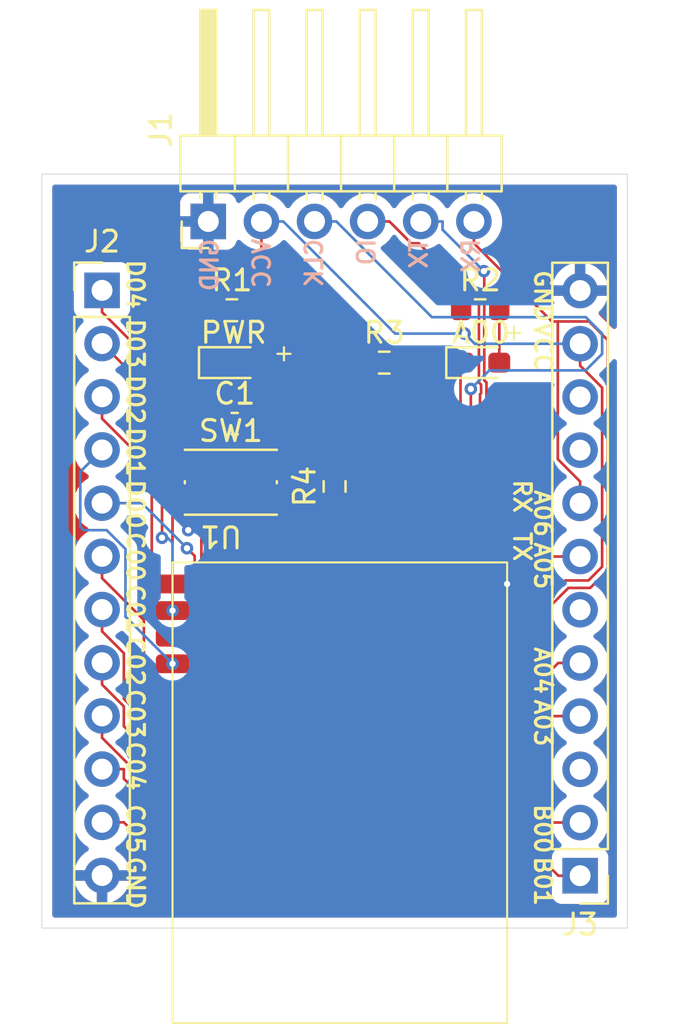
<source format=kicad_pcb>
(kicad_pcb (version 20240108) (generator "pcbnew") (generator_version "8.0")
  (layers (0 "F.Cu" signal "Front") (31 "B.Cu" signal "Back") (34 "B.Paste" user) (35 "F.Paste" user) (36 "B.SilkS" user "B.Silkscreen") (37 "F.SilkS" user "F.Silkscreen") (38 "B.Mask" user) (39 "F.Mask" user) (44 "Edge.Cuts" user))
  (net 0 "")
  (net 1 "RST")
  (net 2 "GND")
  (net 3 "Net-(D1-A)")
  (net 4 "usr_led")
  (net 5 "Net-(D2-A)")
  (net 6 "swdclk")
  (net 7 "swdio")
  (net 8 "tx")
  (net 9 "rx")
  (net 10 "VCC")
  (net 11 "PC01")
  (net 12 "PC00")
  (net 13 "PD04")
  (net 14 "PC05")
  (net 15 "PD02")
  (net 16 "PD00")
  (net 17 "PC03")
  (net 18 "PD01")
  (net 19 "PC02")
  (net 20 "PD03")
  (net 21 "PC04")
  (net 23 "PB01")
  (net 24 "PA03")
  (net 27 "PA04")
  (net 28 "PB00")
  (footprint "local_Library:ZYZBP008_module" (layer "F.Cu") (at 67.25 75.54 180)
    (property "Reference" "U1" (at 5.68 12.24 180) (layer "F.SilkS"))
    (property "Value" "ZYZBP008")
    (fp_line (start 8 11) (end -8 11) (stroke (width 0.1)) (layer "F.SilkS"))
    (fp_line (start 8 -11) (end 8 11) (stroke (width 0.1)) (layer "F.SilkS"))
    (fp_line (start -8 11) (end -8 -11) (stroke (width 0.1)) (layer "F.SilkS"))
    (fp_line (start -8 -11) (end 8 -11) (stroke (width 0.1)) (layer "F.SilkS"))
    (pad "1" smd rect (at -8 -4 180) (size 1.6 0.9) (layers "F.Cu" "F.Paste" "F.Mask") (net 2 "GND"))
    (pad "2" smd roundrect (at -8 -2.73 180) (size 1.6 0.9) (layers "F.Cu" "F.Paste" "F.Mask") (net 23 "PB01"))
    (pad "3" smd roundrect (at -8 -1.46 180) (size 1.6 0.9) (layers "F.Cu" "F.Paste" "F.Mask") (net 28 "PB00"))
    (pad "4" smd roundrect (at -8 -0.19 180) (size 1.6 0.9) (layers "F.Cu" "F.Paste" "F.Mask") (net 4 "usr_led"))
    (pad "5" smd roundrect (at -8 1.08 180) (size 1.6 0.9) (layers "F.Cu" "F.Paste" "F.Mask") (net 6 "swdclk"))
    (pad "6" smd roundrect (at -8 2.35 180) (size 1.6 0.9) (layers "F.Cu" "F.Paste" "F.Mask") (net 7 "swdio"))
    (pad "7" smd roundrect (at -8 3.62 180) (size 1.6 0.9) (layers "F.Cu" "F.Paste" "F.Mask") (net 24 "PA03"))
    (pad "8" smd roundrect (at -8 4.89 180) (size 1.6 0.9) (layers "F.Cu" "F.Paste" "F.Mask") (net 27 "PA04"))
    (pad "9" smd roundrect (at -8 6.16 180) (size 1.6 0.9) (layers "F.Cu" "F.Paste" "F.Mask") (net 8 "tx"))
    (pad "10" smd roundrect (at -8 7.43 180) (size 1.6 0.9) (layers "F.Cu" "F.Paste" "F.Mask") (net 9 "rx"))
    (pad "11" smd roundrect (at -8 8.7 180) (size 1.6 0.9) (layers "F.Cu" "F.Paste" "F.Mask") (net 10 "VCC"))
    (pad "12" smd roundrect (at -8 9.97 180) (size 1.6 0.9) (layers "F.Cu" "F.Paste" "F.Mask") (net 2 "GND"))
    (pad "13" smd roundrect (at 8 9.97 180) (size 1.6 0.9) (layers "F.Cu" "F.Paste" "F.Mask") (net 13 "PD04"))
    (pad "14" smd roundrect (at 8 8.7 180) (size 1.6 0.9) (layers "F.Cu" "F.Paste" "F.Mask") (net 20 "PD03"))
    (pad "15" smd roundrect (at 8 7.43 180) (size 1.6 0.9) (layers "F.Cu" "F.Paste" "F.Mask") (net 15 "PD02"))
    (pad "16" smd roundrect (at 8 6.16 180) (size 1.6 0.9) (layers "F.Cu" "F.Paste" "F.Mask") (net 18 "PD01"))
    (pad "17" smd roundrect (at 8 4.89 180) (size 1.6 0.9) (layers "F.Cu" "F.Paste" "F.Mask") (net 16 "PD00"))
    (pad "18" smd roundrect (at 8 3.62 180) (size 1.6 0.9) (layers "F.Cu" "F.Paste" "F.Mask") (net 12 "PC00"))
    (pad "19" smd roundrect (at 8 2.35 180) (size 1.6 0.9) (layers "F.Cu" "F.Paste" "F.Mask") (net 11 "PC01"))
    (pad "20" smd roundrect (at 8 1.08 180) (size 1.6 0.9) (layers "F.Cu" "F.Paste" "F.Mask") (net 19 "PC02"))
    (pad "21" smd roundrect (at 8 -0.19 180) (size 1.6 0.9) (layers "F.Cu" "F.Paste" "F.Mask") (net 17 "PC03"))
    (pad "22" smd roundrect (at 8 -1.46 180) (size 1.6 0.9) (layers "F.Cu" "F.Paste" "F.Mask") (net 21 "PC04"))
    (pad "23" smd roundrect (at 8 -2.73 180) (size 1.6 0.9) (layers "F.Cu" "F.Paste" "F.Mask") (net 14 "PC05"))
    (pad "24" smd roundrect (at 8 -4 180) (size 1.6 0.9) (layers "F.Cu" "F.Paste" "F.Mask") (net 1 "RST"))
  )
  (footprint "Resistor_SMD:R_0603_1608Metric_Pad0.98x0.95mm_HandSolder" (layer "F.Cu") (at 67 60.9125 90)
    (property "Reference" "R4" (at 0 -1.43 90) (layer "F.SilkS"))
    (property "Value" "10K")
    (fp_line (start -0.254724 -0.5225) (end 0.254724 -0.5225) (stroke (width 0.12)) (layer "F.SilkS"))
    (fp_line (start -0.254724 0.5225) (end 0.254724 0.5225) (stroke (width 0.12)) (layer "F.SilkS"))
    (pad "1" smd roundrect (at -0.9125 0 90) (size 0.975 0.95) (layers "F.Cu" "F.Paste" "F.Mask") (net 10 "VCC"))
    (pad "2" smd roundrect (at 0.9125 0 90) (size 0.975 0.95) (layers "F.Cu" "F.Paste" "F.Mask") (net 1 "RST"))
  )
  (footprint "Connector_PinHeader_2.54mm:PinHeader_1x06_P2.54mm_Horizontal" (layer "F.Cu") (at 60.96 48.26 90)
    (property "Reference" "J1" (at 4.385 -2.27 90) (layer "F.SilkS"))
    (property "Value" "Conn_01x06")
    (fp_line (start 4.1 -1.33) (end 1.44 -1.33) (stroke (width 0.12)) (layer "F.SilkS"))
    (fp_line (start 1.44 -1.33) (end 1.44 14.03) (stroke (width 0.12)) (layer "F.SilkS"))
    (fp_line (start -1.27 -1.27) (end 0 -1.27) (stroke (width 0.12)) (layer "F.SilkS"))
    (fp_line (start 10.1 -0.38) (end 10.1 0.38) (stroke (width 0.12)) (layer "F.SilkS"))
    (fp_line (start 4.1 -0.38) (end 10.1 -0.38) (stroke (width 0.12)) (layer "F.SilkS"))
    (fp_line (start 1.11 -0.38) (end 1.44 -0.38) (stroke (width 0.12)) (layer "F.SilkS"))
    (fp_line (start 4.1 -0.32) (end 10.1 -0.32) (stroke (width 0.12)) (layer "F.SilkS"))
    (fp_line (start 4.1 -0.2) (end 10.1 -0.2) (stroke (width 0.12)) (layer "F.SilkS"))
    (fp_line (start 4.1 -0.08) (end 10.1 -0.08) (stroke (width 0.12)) (layer "F.SilkS"))
    (fp_line (start -1.27 0) (end -1.27 -1.27) (stroke (width 0.12)) (layer "F.SilkS"))
    (fp_line (start 4.1 0.04) (end 10.1 0.04) (stroke (width 0.12)) (layer "F.SilkS"))
    (fp_line (start 4.1 0.16) (end 10.1 0.16) (stroke (width 0.12)) (layer "F.SilkS"))
    (fp_line (start 4.1 0.28) (end 10.1 0.28) (stroke (width 0.12)) (layer "F.SilkS"))
    (fp_line (start 10.1 0.38) (end 4.1 0.38) (stroke (width 0.12)) (layer "F.SilkS"))
    (fp_line (start 1.11 0.38) (end 1.44 0.38) (stroke (width 0.12)) (layer "F.SilkS"))
    (fp_line (start 1.44 1.27) (end 4.1 1.27) (stroke (width 0.12)) (layer "F.SilkS"))
    (fp_line (start 10.1 2.16) (end 10.1 2.92) (stroke (width 0.12)) (layer "F.SilkS"))
    (fp_line (start 4.1 2.16) (end 10.1 2.16) (stroke (width 0.12)) (layer "F.SilkS"))
    (fp_line (start 1.042929 2.16) (end 1.44 2.16) (stroke (width 0.12)) (layer "F.SilkS"))
    (fp_line (start 10.1 2.92) (end 4.1 2.92) (stroke (width 0.12)) (layer "F.SilkS"))
    (fp_line (start 1.042929 2.92) (end 1.44 2.92) (stroke (width 0.12)) (layer "F.SilkS"))
    (fp_line (start 1.44 3.81) (end 4.1 3.81) (stroke (width 0.12)) (layer "F.SilkS"))
    (fp_line (start 10.1 4.7) (end 10.1 5.46) (stroke (width 0.12)) (layer "F.SilkS"))
    (fp_line (start 4.1 4.7) (end 10.1 4.7) (stroke (width 0.12)) (layer "F.SilkS"))
    (fp_line (start 1.042929 4.7) (end 1.44 4.7) (stroke (width 0.12)) (layer "F.SilkS"))
    (fp_line (start 10.1 5.46) (end 4.1 5.46) (stroke (width 0.12)) (layer "F.SilkS"))
    (fp_line (start 1.042929 5.46) (end 1.44 5.46) (stroke (width 0.12)) (layer "F.SilkS"))
    (fp_line (start 1.44 6.35) (end 4.1 6.35) (stroke (width 0.12)) (layer "F.SilkS"))
    (fp_line (start 10.1 7.24) (end 10.1 8) (stroke (width 0.12)) (layer "F.SilkS"))
    (fp_line (start 4.1 7.24) (end 10.1 7.24) (stroke (width 0.12)) (layer "F.SilkS"))
    (fp_line (start 1.042929 7.24) (end 1.44 7.24) (stroke (width 0.12)) (layer "F.SilkS"))
    (fp_line (start 10.1 8) (end 4.1 8) (stroke (width 0.12)) (layer "F.SilkS"))
    (fp_line (start 1.042929 8) (end 1.44 8) (stroke (width 0.12)) (layer "F.SilkS"))
    (fp_line (start 1.44 8.89) (end 4.1 8.89) (stroke (width 0.12)) (layer "F.SilkS"))
    (fp_line (start 10.1 9.78) (end 10.1 10.54) (stroke (width 0.12)) (layer "F.SilkS"))
    (fp_line (start 4.1 9.78) (end 10.1 9.78) (stroke (width 0.12)) (layer "F.SilkS"))
    (fp_line (start 1.042929 9.78) (end 1.44 9.78) (stroke (width 0.12)) (layer "F.SilkS"))
    (fp_line (start 10.1 10.54) (end 4.1 10.54) (stroke (width 0.12)) (layer "F.SilkS"))
    (fp_line (start 1.042929 10.54) (end 1.44 10.54) (stroke (width 0.12)) (layer "F.SilkS"))
    (fp_line (start 1.44 11.43) (end 4.1 11.43) (stroke (width 0.12)) (layer "F.SilkS"))
    (fp_line (start 10.1 12.32) (end 10.1 13.08) (stroke (width 0.12)) (layer "F.SilkS"))
    (fp_line (start 4.1 12.32) (end 10.1 12.32) (stroke (width 0.12)) (layer "F.SilkS"))
    (fp_line (start 1.042929 12.32) (end 1.44 12.32) (stroke (width 0.12)) (layer "F.SilkS"))
    (fp_line (start 10.1 13.08) (end 4.1 13.08) (stroke (width 0.12)) (layer "F.SilkS"))
    (fp_line (start 1.042929 13.08) (end 1.44 13.08) (stroke (width 0.12)) (layer "F.SilkS"))
    (fp_line (start 4.1 14.03) (end 4.1 -1.33) (stroke (width 0.12)) (layer "F.SilkS"))
    (fp_line (start 1.44 14.03) (end 4.1 14.03) (stroke (width 0.12)) (layer "F.SilkS"))
    (pad "1" thru_hole rect (at 0 0 90) (size 1.7 1.7) (drill 1) (layers "*.Cu" "*.Mask") (net 2 "GND"))
    (pad "2" thru_hole oval (at 0 2.54 90) (size 1.7 1.7) (drill 1) (layers "*.Cu" "*.Mask") (net 10 "VCC"))
    (pad "3" thru_hole oval (at 0 5.08 90) (size 1.7 1.7) (drill 1) (layers "*.Cu" "*.Mask") (net 6 "swdclk"))
    (pad "4" thru_hole oval (at 0 7.62 90) (size 1.7 1.7) (drill 1) (layers "*.Cu" "*.Mask") (net 7 "swdio"))
    (pad "5" thru_hole oval (at 0 10.16 90) (size 1.7 1.7) (drill 1) (layers "*.Cu" "*.Mask") (net 8 "tx"))
    (pad "6" thru_hole oval (at 0 12.7 90) (size 1.7 1.7) (drill 1) (layers "*.Cu" "*.Mask") (net 9 "rx"))
  )
  (footprint "Connector_PinHeader_2.54mm:PinHeader_1x12_P2.54mm_Vertical" (layer "F.Cu") (at 55.88 51.55)
    (property "Reference" "J2" (at 0 -2.33 0) (layer "F.SilkS"))
    (property "Value" "Conn_01x12")
    (fp_line (start -1.33 -1.33) (end 0 -1.33) (stroke (width 0.12)) (layer "F.SilkS"))
    (fp_line (start -1.33 0) (end -1.33 -1.33) (stroke (width 0.12)) (layer "F.SilkS"))
    (fp_line (start -1.33 1.27) (end -1.33 29.27) (stroke (width 0.12)) (layer "F.SilkS"))
    (fp_line (start -1.33 1.27) (end 1.33 1.27) (stroke (width 0.12)) (layer "F.SilkS"))
    (fp_line (start -1.33 29.27) (end 1.33 29.27) (stroke (width 0.12)) (layer "F.SilkS"))
    (fp_line (start 1.33 1.27) (end 1.33 29.27) (stroke (width 0.12)) (layer "F.SilkS"))
    (pad "1" thru_hole rect (at 0 0) (size 1.7 1.7) (drill 1) (layers "*.Cu" "*.Mask") (net 13 "PD04"))
    (pad "2" thru_hole oval (at 0 2.54) (size 1.7 1.7) (drill 1) (layers "*.Cu" "*.Mask") (net 20 "PD03"))
    (pad "3" thru_hole oval (at 0 5.08) (size 1.7 1.7) (drill 1) (layers "*.Cu" "*.Mask") (net 15 "PD02"))
    (pad "4" thru_hole oval (at 0 7.62) (size 1.7 1.7) (drill 1) (layers "*.Cu" "*.Mask") (net 18 "PD01"))
    (pad "5" thru_hole oval (at 0 10.16) (size 1.7 1.7) (drill 1) (layers "*.Cu" "*.Mask") (net 16 "PD00"))
    (pad "6" thru_hole oval (at 0 12.7) (size 1.7 1.7) (drill 1) (layers "*.Cu" "*.Mask") (net 12 "PC00"))
    (pad "7" thru_hole oval (at 0 15.24) (size 1.7 1.7) (drill 1) (layers "*.Cu" "*.Mask") (net 11 "PC01"))
    (pad "8" thru_hole oval (at 0 17.78) (size 1.7 1.7) (drill 1) (layers "*.Cu" "*.Mask") (net 19 "PC02"))
    (pad "9" thru_hole oval (at 0 20.32) (size 1.7 1.7) (drill 1) (layers "*.Cu" "*.Mask") (net 17 "PC03"))
    (pad "10" thru_hole oval (at 0 22.86) (size 1.7 1.7) (drill 1) (layers "*.Cu" "*.Mask") (net 21 "PC04"))
    (pad "11" thru_hole oval (at 0 25.4) (size 1.7 1.7) (drill 1) (layers "*.Cu" "*.Mask") (net 14 "PC05"))
    (pad "12" thru_hole oval (at 0 27.94) (size 1.7 1.7) (drill 1) (layers "*.Cu" "*.Mask") (net 2 "GND"))
  )
  (footprint "Button_Switch_SMD:SW_Push_1P1T_NO_CK_KMR2" (layer "F.Cu") (at 62.0375 60.7125)
    (property "Reference" "SW1" (at 0 -2.45 0) (layer "F.SilkS"))
    (property "Value" "SW_Push")
    (fp_line (start -2.2 0.05) (end -2.2 -0.05) (stroke (width 0.12)) (layer "F.SilkS"))
    (fp_line (start -2.2 1.55) (end 2.2 1.55) (stroke (width 0.12)) (layer "F.SilkS"))
    (fp_line (start 2.2 -1.55) (end -2.2 -1.55) (stroke (width 0.12)) (layer "F.SilkS"))
    (fp_line (start 2.2 0.05) (end 2.2 -0.05) (stroke (width 0.12)) (layer "F.SilkS"))
    (pad "1" smd rect (at -2.05 -0.8) (size 0.9 1) (layers "F.Cu" "F.Paste" "F.Mask") (net 1 "RST"))
    (pad "1" smd rect (at 2.05 -0.8) (size 0.9 1) (layers "F.Cu" "F.Paste" "F.Mask") (net 1 "RST"))
    (pad "2" smd rect (at -2.05 0.8) (size 0.9 1) (layers "F.Cu" "F.Paste" "F.Mask") (net 2 "GND"))
    (pad "2" smd rect (at 2.05 0.8) (size 0.9 1) (layers "F.Cu" "F.Paste" "F.Mask") (net 2 "GND"))
  )
  (footprint "Resistor_SMD:R_0603_1608Metric_Pad0.98x0.95mm_HandSolder" (layer "F.Cu") (at 73.9625 52.5)
    (property "Reference" "R2" (at 0 -1.43 0) (layer "F.SilkS"))
    (property "Value" "330")
    (fp_line (start -0.254724 -0.5225) (end 0.254724 -0.5225) (stroke (width 0.12)) (layer "F.SilkS"))
    (fp_line (start -0.254724 0.5225) (end 0.254724 0.5225) (stroke (width 0.12)) (layer "F.SilkS"))
    (pad "1" smd roundrect (at -0.9125 0) (size 0.975 0.95) (layers "F.Cu" "F.Paste" "F.Mask") (net 10 "VCC"))
    (pad "2" smd roundrect (at 0.9125 0) (size 0.975 0.95) (layers "F.Cu" "F.Paste" "F.Mask") (net 5 "Net-(D2-A)"))
  )
  (footprint "LED_SMD:LED_0603_1608Metric_Pad1.05x0.95mm_HandSolder" (layer "F.Cu") (at 62.175 55)
    (property "Reference" "PWR" (at 0 -1.43 0) (layer "F.SilkS"))
    (property "Value" "LED")
    (fp_line (start -1.66 -0.735) (end -1.66 0.735) (stroke (width 0.12)) (layer "F.SilkS"))
    (fp_line (start -1.66 0.735) (end 0.8 0.735) (stroke (width 0.12)) (layer "F.SilkS"))
    (fp_line (start 0.8 -0.735) (end -1.66 -0.735) (stroke (width 0.12)) (layer "F.SilkS"))
    (pad "1" smd roundrect (at -0.875 0) (size 1.05 0.95) (layers "F.Cu" "F.Paste" "F.Mask") (net 2 "GND"))
    (pad "2" smd roundrect (at 0.875 0) (size 1.05 0.95) (layers "F.Cu" "F.Paste" "F.Mask") (net 3 "Net-(D1-A)"))
  )
  (footprint "Resistor_SMD:R_0603_1608Metric_Pad0.98x0.95mm_HandSolder" (layer "F.Cu") (at 69.375 55)
    (property "Reference" "R3" (at 0 -1.43 0) (layer "F.SilkS"))
    (property "Value" "1K")
    (fp_line (start -0.254724 -0.5225) (end 0.254724 -0.5225) (stroke (width 0.12)) (layer "F.SilkS"))
    (fp_line (start -0.254724 0.5225) (end 0.254724 0.5225) (stroke (width 0.12)) (layer "F.SilkS"))
    (pad "1" smd roundrect (at -0.9125 0) (size 0.975 0.95) (layers "F.Cu" "F.Paste" "F.Mask") (net 4 "usr_led"))
    (pad "2" smd roundrect (at 0.9125 0) (size 0.975 0.95) (layers "F.Cu" "F.Paste" "F.Mask") (net 2 "GND"))
  )
  (footprint "Resistor_SMD:R_0603_1608Metric_Pad0.98x0.95mm_HandSolder" (layer "F.Cu") (at 62.0875 52.5)
    (property "Reference" "R1" (at 0 -1.43 0) (layer "F.SilkS"))
    (property "Value" "1K")
    (fp_line (start -0.254724 -0.5225) (end 0.254724 -0.5225) (stroke (width 0.12)) (layer "F.SilkS"))
    (fp_line (start -0.254724 0.5225) (end 0.254724 0.5225) (stroke (width 0.12)) (layer "F.SilkS"))
    (pad "1" smd roundrect (at -0.9125 0) (size 0.975 0.95) (layers "F.Cu" "F.Paste" "F.Mask") (net 10 "VCC"))
    (pad "2" smd roundrect (at 0.9125 0) (size 0.975 0.95) (layers "F.Cu" "F.Paste" "F.Mask") (net 3 "Net-(D1-A)"))
  )
  (footprint "LED_SMD:LED_0603_1608Metric_Pad1.05x0.95mm_HandSolder" (layer "F.Cu") (at 74 55)
    (property "Reference" "A00" (at 0 -1.43 0) (layer "F.SilkS"))
    (property "Value" "LED")
    (fp_line (start -1.66 -0.735) (end -1.66 0.735) (stroke (width 0.12)) (layer "F.SilkS"))
    (fp_line (start -1.66 0.735) (end 0.8 0.735) (stroke (width 0.12)) (layer "F.SilkS"))
    (fp_line (start 0.8 -0.735) (end -1.66 -0.735) (stroke (width 0.12)) (layer "F.SilkS"))
    (pad "1" smd roundrect (at -0.875 0) (size 1.05 0.95) (layers "F.Cu" "F.Paste" "F.Mask") (net 4 "usr_led"))
    (pad "2" smd roundrect (at 0.875 0) (size 1.05 0.95) (layers "F.Cu" "F.Paste" "F.Mask") (net 5 "Net-(D2-A)"))
  )
  (footprint "Capacitor_SMD:C_0603_1608Metric_Pad1.08x0.95mm_HandSolder" (layer "F.Cu") (at 62.225 57.9125)
    (property "Reference" "C1" (at 0 -1.43 0) (layer "F.SilkS"))
    (property "Value" "0.1uF")
    (fp_line (start -0.146267 -0.51) (end 0.146267 -0.51) (stroke (width 0.12)) (layer "F.SilkS"))
    (fp_line (start -0.146267 0.51) (end 0.146267 0.51) (stroke (width 0.12)) (layer "F.SilkS"))
    (pad "1" smd roundrect (at -0.8625 0) (size 1.075 0.95) (layers "F.Cu" "F.Paste" "F.Mask") (net 1 "RST"))
    (pad "2" smd roundrect (at 0.8625 0) (size 1.075 0.95) (layers "F.Cu" "F.Paste" "F.Mask") (net 2 "GND"))
  )
  (footprint "Connector_PinHeader_2.54mm:PinHeader_1x12_P2.54mm_Vertical" (layer "F.Cu") (at 78.74 79.5 180)
    (property "Reference" "J3" (at 0 -2.33 0) (layer "F.SilkS"))
    (property "Value" "Conn_01x12")
    (fp_line (start 1.33 1.27) (end 1.33 29.27) (stroke (width 0.12)) (layer "F.SilkS"))
    (fp_line (start -1.33 29.27) (end 1.33 29.27) (stroke (width 0.12)) (layer "F.SilkS"))
    (fp_line (start -1.33 1.27) (end 1.33 1.27) (stroke (width 0.12)) (layer "F.SilkS"))
    (fp_line (start -1.33 1.27) (end -1.33 29.27) (stroke (width 0.12)) (layer "F.SilkS"))
    (fp_line (start -1.33 0) (end -1.33 -1.33) (stroke (width 0.12)) (layer "F.SilkS"))
    (fp_line (start -1.33 -1.33) (end 0 -1.33) (stroke (width 0.12)) (layer "F.SilkS"))
    (pad "1" thru_hole rect (at 0 0 180) (size 1.7 1.7) (drill 1) (layers "*.Cu" "*.Mask") (net 23 "PB01"))
    (pad "2" thru_hole oval (at 0 2.54 180) (size 1.7 1.7) (drill 1) (layers "*.Cu" "*.Mask") (net 28 "PB00"))
    (pad "3" thru_hole oval (at 0 5.08 180) (size 1.7 1.7) (drill 1) (layers "*.Cu" "*.Mask"))
    (pad "4" thru_hole oval (at 0 7.62 180) (size 1.7 1.7) (drill 1) (layers "*.Cu" "*.Mask") (net 24 "PA03"))
    (pad "5" thru_hole oval (at 0 10.16 180) (size 1.7 1.7) (drill 1) (layers "*.Cu" "*.Mask") (net 27 "PA04"))
    (pad "6" thru_hole oval (at 0 12.7 180) (size 1.7 1.7) (drill 1) (layers "*.Cu" "*.Mask"))
    (pad "7" thru_hole oval (at 0 15.24 180) (size 1.7 1.7) (drill 1) (layers "*.Cu" "*.Mask") (net 8 "tx"))
    (pad "8" thru_hole oval (at 0 17.78 180) (size 1.7 1.7) (drill 1) (layers "*.Cu" "*.Mask") (net 9 "rx"))
    (pad "9" thru_hole oval (at 0 20.32 180) (size 1.7 1.7) (drill 1) (layers "*.Cu" "*.Mask"))
    (pad "10" thru_hole oval (at 0 22.86 180) (size 1.7 1.7) (drill 1) (layers "*.Cu" "*.Mask"))
    (pad "11" thru_hole oval (at 0 25.4 180) (size 1.7 1.7) (drill 1) (layers "*.Cu" "*.Mask") (net 10 "VCC"))
    (pad "12" thru_hole oval (at 0 27.94 180) (size 1.7 1.7) (drill 1) (layers "*.Cu" "*.Mask") (net 2 "GND"))
  )
  (gr_line (start 81 46) (end 53 46) (stroke (width 0.0381)) (layer "Edge.Cuts"))
  (gr_line (start 53 82) (end 81 82) (stroke (width 0.0381)) (layer "Edge.Cuts"))
  (gr_line (start 81 82) (end 81 46) (stroke (width 0.0381)) (layer "Edge.Cuts"))
  (gr_line (start 53 46) (end 53 82) (stroke (width 0.0381)) (layer "Edge.Cuts"))
  (gr_text "RX" (at 74 49 90) (layer "B.SilkS") (effects (font (size 0.8128 0.8128) (thickness 0.1524) (bold yes)) (justify left bottom mirror)))
  (gr_text "TX" (at 71.5 49 90) (layer "B.SilkS") (effects (font (size 0.8128 0.8128) (thickness 0.1524) (bold yes)) (justify left bottom mirror)))
  (gr_text "CLK" (at 66.5 49 90) (layer "B.SilkS") (effects (font (size 0.8128 0.8128) (thickness 0.1524) (bold yes)) (justify left bottom mirror)))
  (gr_text "GND" (at 61.5 49 90) (layer "B.SilkS") (effects (font (size 0.8128 0.8128) (thickness 0.1524) (bold yes)) (justify left bottom mirror)))
  (gr_text "VCC" (at 64 49 90) (layer "B.SilkS") (effects (font (size 0.8128 0.8128) (thickness 0.1524) (bold yes)) (justify left bottom mirror)))
  (gr_text "IO" (at 69 49 90) (layer "B.SilkS") (effects (font (size 0.8128 0.8128) (thickness 0.1524) (bold yes)) (justify left bottom mirror)))
  (gr_text "D00" (at 57 60.5 270) (layer "F.SilkS") (effects (font (size 0.8 0.8) (thickness 0.1524) (bold yes)) (justify left bottom)))
  (gr_text "A03" (at 76.5 71 270) (layer "F.SilkS") (effects (font (size 0.8 0.8) (thickness 0.1524) (bold yes)) (justify left bottom)))
  (gr_text "+" (at 64 55 0) (layer "F.SilkS") (effects (font (size 0.824 0.824) (thickness 0.1048) (bold yes)) (justify left bottom)))
  (gr_text "TX" (at 75.5 63 270) (layer "F.SilkS") (effects (font (size 0.8 0.8) (thickness 0.1524) (bold yes)) (justify left bottom)))
  (gr_text "C00" (at 57 63 270) (layer "F.SilkS") (effects (font (size 0.8 0.8) (thickness 0.1524) (bold yes)) (justify left bottom)))
  (gr_text "C03" (at 57 70.5 270) (layer "F.SilkS") (effects (font (size 0.8 0.8) (thickness 0.1524) (bold yes)) (justify left bottom)))
  (gr_text "RX" (at 75.5 60.5 270) (layer "F.SilkS") (effects (font (size 0.8 0.8) (thickness 0.1524) (bold yes)) (justify left bottom)))
  (gr_text "GND" (at 76.5 50.5 270) (layer "F.SilkS") (effects (font (size 0.8 0.8) (thickness 0.1524) (bold yes)) (justify left bottom)))
  (gr_text "A06" (at 76.5 61 270) (layer "F.SilkS") (effects (font (size 0.8 0.8) (thickness 0.1524) (bold yes)) (justify left bottom)))
  (gr_text "C02" (at 57 68 270) (layer "F.SilkS") (effects (font (size 0.8 0.8) (thickness 0.1524) (bold yes)) (justify left bottom)))
  (gr_text "B01" (at 76.5 78.5 270) (layer "F.SilkS") (effects (font (size 0.8 0.8) (thickness 0.1524) (bold yes)) (justify left bottom)))
  (gr_text "D03" (at 57 52.82 270) (layer "F.SilkS") (effects (font (size 0.8 0.8) (thickness 0.1524) (bold yes)) (justify left bottom)))
  (gr_text "D01" (at 57 58 270) (layer "F.SilkS") (effects (font (size 0.8 0.8) (thickness 0.1524) (bold yes)) (justify left bottom)))
  (gr_text "GND" (at 57 78.5 -90) (layer "F.SilkS") (effects (font (size 0.8128 0.8128) (thickness 0.1524) (bold yes)) (justify left bottom)))
  (gr_text "+" (at 75 54 0) (layer "F.SilkS") (effects (font (size 0.824 0.824) (thickness 0.1048) (bold yes)) (justify left bottom)))
  (gr_text "B00" (at 76.5 76 270) (layer "F.SilkS") (effects (font (size 0.8 0.8) (thickness 0.1524) (bold yes)) (justify left bottom)))
  (gr_text "C01" (at 57 65.5 270) (layer "F.SilkS") (effects (font (size 0.8 0.8) (thickness 0.1524) (bold yes)) (justify left bottom)))
  (gr_text "VCC" (at 76.5 53 270) (layer "F.SilkS") (effects (font (size 0.8 0.8) (thickness 0.1524) (bold yes)) (justify left bottom)))
  (gr_text "D04" (at 57 50 270) (layer "F.SilkS") (effects (font (size 0.8 0.8) (thickness 0.1524) (bold yes)) (justify left bottom)))
  (gr_text "A04" (at 76.5 68.5 270) (layer "F.SilkS") (effects (font (size 0.8 0.8) (thickness 0.1524) (bold yes)) (justify left bottom)))
  (gr_text "A05" (at 76.5 63.5 270) (layer "F.SilkS") (effects (font (size 0.8 0.8) (thickness 0.1524) (bold yes)) (justify left bottom)))
  (gr_text "C04" (at 57 73 270) (layer "F.SilkS") (effects (font (size 0.8 0.8) (thickness 0.1524) (bold yes)) (justify left bottom)))
  (gr_text "D02" (at 57 55.5 270) (layer "F.SilkS") (effects (font (size 0.8 0.8) (thickness 0.1524) (bold yes)) (justify left bottom)))
  (gr_text "C05" (at 57 76 270) (layer "F.SilkS") (effects (font (size 0.8 0.8) (thickness 0.1524) (bold yes)) (justify left bottom)))
  (segment (start 64.0875 59.9125) (end 64.4086 59.9125) (width 0.127) (layer "F.Cu") (net 1))
  (segment (start 61.3625 59.1797) (end 63.6758 59.1797) (width 0.127) (layer "F.Cu") (net 1))
  (segment (start 59.25 79.54) (end 59.4684 79.54) (width 0.127) (layer "F.Cu") (net 1))
  (segment (start 60.6297 78.3787) (end 60.6297 59.9125) (width 0.127) (layer "F.Cu") (net 1))
  (segment (start 59.9875 59.9125) (end 60.6297 59.9125) (width 0.127) (layer "F.Cu") (net 1))
  (segment (start 66.9125 59.9125) (end 67 60) (width 0.127) (layer "F.Cu") (net 1))
  (segment (start 64.4086 59.9125) (end 66.9125 59.9125) (width 0.127) (layer "F.Cu") (net 1))
  (segment (start 61.3625 59.1797) (end 60.6297 59.9125) (width 0.127) (layer "F.Cu") (net 1))
  (segment (start 61.3625 57.9125) (end 61.3625 59.1797) (width 0.127) (layer "F.Cu") (net 1))
  (segment (start 59.4684 79.54) (end 60.6297 78.3787) (width 0.127) (layer "F.Cu") (net 1))
  (segment (start 63.6758 59.1797) (end 64.4086 59.9125) (width 0.127) (layer "F.Cu") (net 1))
  (segment (start 59.9875 62.9875) (end 60 63) (width 0.127) (layer "F.Cu") (net 2))
  (segment (start 59.9875 61.5125) (end 59.9875 62.9875) (width 0.127) (layer "F.Cu") (net 2))
  (via (at 75.25 65.57) (size 0.6) (drill 0.3) (layers "F.Cu" "B.Cu") (net 2))
  (via (at 60 63) (size 0.6) (drill 0.3) (layers "F.Cu" "B.Cu") (net 2))
  (segment (start 60 63) (end 62 63) (width 0.127) (layer "B.Cu") (net 2))
  (segment (start 63.05 55) (end 63 54.95) (width 0.127) (layer "F.Cu") (net 3))
  (segment (start 63 54.95) (end 63 52.5) (width 0.127) (layer "F.Cu") (net 3))
  (segment (start 73.125 55) (end 73.0209 55.1041) (width 0.127) (layer "F.Cu") (net 4))
  (segment (start 75.126 75.73) (end 75.25 75.73) (width 0.127) (layer "F.Cu") (net 4))
  (segment (start 69.1682 54.2943) (end 68.4625 55) (width 0.127) (layer "F.Cu") (net 4))
  (segment (start 73.0209 55.1041) (end 73.0209 73.6249) (width 0.127) (layer "F.Cu") (net 4))
  (segment (start 73.0209 73.6249) (end 75.126 75.73) (width 0.127) (layer "F.Cu") (net 4))
  (segment (start 72.4193 54.2943) (end 69.1682 54.2943) (width 0.127) (layer "F.Cu") (net 4))
  (segment (start 73.125 55) (end 72.4193 54.2943) (width 0.127) (layer "F.Cu") (net 4))
  (segment (start 74.875 55) (end 74.875 52.5) (width 0.127) (layer "F.Cu") (net 5))
  (segment (start 73.5131 72.8991) (end 75.074 74.46) (width 0.127) (layer "F.Cu") (net 6))
  (segment (start 73.5131 56.2568) (end 73.5131 72.8991) (width 0.127) (layer "F.Cu") (net 6))
  (segment (start 75.074 74.46) (end 75.25 74.46) (width 0.127) (layer "F.Cu") (net 6))
  (via (at 73.5131 56.2568) (size 0.6) (drill 0.3) (layers "F.Cu" "B.Cu") (net 6))
  (segment (start 79.7932 53.6131) (end 79.7932 54.5857) (width 0.127) (layer "B.Cu") (net 6))
  (segment (start 71.6522 52.83) (end 79.0101 52.83) (width 0.127) (layer "B.Cu") (net 6))
  (segment (start 79.0089 55.37) (end 74.3999 55.37) (width 0.127) (layer "B.Cu") (net 6))
  (segment (start 79.7932 54.5857) (end 79.0089 55.37) (width 0.127) (layer "B.Cu") (net 6))
  (segment (start 67.0822 48.26) (end 71.6522 52.83) (width 0.127) (layer "B.Cu") (net 6))
  (segment (start 74.3999 55.37) (end 73.5131 56.2568) (width 0.127) (layer "B.Cu") (net 6))
  (segment (start 79.0101 52.83) (end 79.7932 53.6131) (width 0.127) (layer "B.Cu") (net 6))
  (segment (start 66.04 48.26) (end 67.0822 48.26) (width 0.127) (layer "B.Cu") (net 6))
  (segment (start 73.9012 55.9488) (end 73.9012 52.1792) (width 0.127) (layer "F.Cu") (net 7))
  (segment (start 68.58 48.26) (end 69.6222 48.26) (width 0.127) (layer "F.Cu") (net 7))
  (segment (start 73.9532 56.5128) (end 74.0053 56.4607) (width 0.127) (layer "F.Cu") (net 7))
  (segment (start 75.25 73.19) (end 75.0705 73.19) (width 0.127) (layer "F.Cu") (net 7))
  (segment (start 71.0242 49.3022) (end 70.6644 49.3022) (width 0.127) (layer "F.Cu") (net 7))
  (segment (start 74.0053 56.0529) (end 73.9012 55.9488) (width 0.127) (layer "F.Cu") (net 7))
  (segment (start 74.0053 56.4607) (end 74.0053 56.0529) (width 0.127) (layer "F.Cu") (net 7))
  (segment (start 70.6644 49.3022) (end 69.6222 48.26) (width 0.127) (layer "F.Cu") (net 7))
  (segment (start 75.0705 73.19) (end 73.9532 72.0727) (width 0.127) (layer "F.Cu") (net 7))
  (segment (start 73.9012 52.1792) (end 71.0242 49.3022) (width 0.127) (layer "F.Cu") (net 7))
  (segment (start 73.9532 72.0727) (end 73.9532 56.5128) (width 0.127) (layer "F.Cu") (net 7))
  (segment (start 74.1569 50.65) (end 74.1382 50.6313) (width 0.127) (layer "F.Cu") (net 8))
  (segment (start 74.2499 64.2711) (end 74.261 64.26) (width 0.127) (layer "F.Cu") (net 8))
  (segment (start 75.25 69.38) (end 75.1116 69.38) (width 0.127) (layer "F.Cu") (net 8))
  (segment (start 78.74 64.26) (end 77.6978 64.26) (width 0.127) (layer "F.Cu") (net 8))
  (segment (start 75.1116 69.38) (end 74.2499 68.5183) (width 0.127) (layer "F.Cu") (net 8))
  (segment (start 74.261 64.26) (end 74.261 55.947) (width 0.127) (layer "F.Cu") (net 8))
  (segment (start 74.261 64.26) (end 77.6978 64.26) (width 0.127) (layer "F.Cu") (net 8))
  (segment (start 74.1569 55.8429) (end 74.1569 50.65) (width 0.127) (layer "F.Cu") (net 8))
  (segment (start 74.261 55.947) (end 74.1569 55.8429) (width 0.127) (layer "F.Cu") (net 8))
  (segment (start 74.2499 68.5183) (end 74.2499 64.2711) (width 0.127) (layer "F.Cu") (net 8))
  (via (at 74.1382 50.6313) (size 0.6) (drill 0.3) (layers "F.Cu" "B.Cu") (net 8))
  (segment (start 72.1622 48.26) (end 72.1622 48.6553) (width 0.127) (layer "B.Cu") (net 8))
  (segment (start 72.1622 48.6553) (end 74.1382 50.6313) (width 0.127) (layer "B.Cu") (net 8))
  (segment (start 71.12 48.26) (end 72.1622 48.26) (width 0.127) (layer "B.Cu") (net 8))
  (segment (start 78.1805 65.7578) (end 75.8283 68.11) (width 0.127) (layer "F.Cu") (net 9))
  (segment (start 79.2236 65.7578) (end 78.1805 65.7578) (width 0.127) (layer "F.Cu") (net 9))
  (segment (start 75.8283 68.11) (end 75.25 68.11) (width 0.127) (layer "F.Cu") (net 9))
  (segment (start 73.66 49.3022) (end 77.393 53.0352) (width 0.127) (layer "F.Cu") (net 9))
  (segment (start 77.6729 59.6107) (end 77.6729 53.0352) (width 0.127) (layer "F.Cu") (net 9))
  (segment (start 80.0576 53.9246) (end 80.0576 64.9238) (width 0.127) (layer "F.Cu") (net 9))
  (segment (start 78.74 60.6778) (end 77.6729 59.6107) (width 0.127) (layer "F.Cu") (net 9))
  (segment (start 79.1682 53.0352) (end 80.0576 53.9246) (width 0.127) (layer "F.Cu") (net 9))
  (segment (start 77.393 53.0352) (end 77.6729 53.0352) (width 0.127) (layer "F.Cu") (net 9))
  (segment (start 78.74 61.72) (end 78.74 60.6778) (width 0.127) (layer "F.Cu") (net 9))
  (segment (start 80.0576 64.9238) (end 79.2236 65.7578) (width 0.127) (layer "F.Cu") (net 9))
  (segment (start 77.6729 53.0352) (end 79.1682 53.0352) (width 0.127) (layer "F.Cu") (net 9))
  (segment (start 73.66 48.26) (end 73.66 49.3022) (width 0.127) (layer "F.Cu") (net 9))
  (segment (start 73.05 53.447) (end 73.05 52.5) (width 0.127) (layer "F.Cu") (net 10))
  (segment (start 67.6681 56.0401) (end 67.6681 61.1569) (width 0.127) (layer "F.Cu") (net 10))
  (segment (start 67.6681 61.1569) (end 67 61.825) (width 0.127) (layer "F.Cu") (net 10))
  (segment (start 79.7932 56.1954) (end 79.7932 64.7457) (width 0.127) (layer "F.Cu") (net 10))
  (segment (start 62.6515 51.0235) (end 61.175 52.5) (width 0.127) (layer "F.Cu") (net 10))
  (segment (start 63.5 48.26) (end 63.5 48.5205) (width 0.127) (layer "F.Cu") (net 10))
  (segment (start 73.2174 53.6144) (end 73.05 53.447) (width 0.127) (layer "F.Cu") (net 10))
  (segment (start 78.0421 65.4014) (end 76.6035 66.84) (width 0.127) (layer "F.Cu") (net 10))
  (segment (start 62.6515 51.0235) (end 67.6681 56.0401) (width 0.127) (layer "F.Cu") (net 10))
  (segment (start 63.5 48.5205) (end 63.5 50.175) (width 0.127) (layer "F.Cu") (net 10))
  (segment (start 79.7932 64.7457) (end 79.1375 65.4014) (width 0.127) (layer "F.Cu") (net 10))
  (segment (start 78.74 55.1422) (end 79.7932 56.1954) (width 0.127) (layer "F.Cu") (net 10))
  (segment (start 63.5 50.175) (end 62.6515 51.0235) (width 0.127) (layer "F.Cu") (net 10))
  (segment (start 76.6035 66.84) (end 75.25 66.84) (width 0.127) (layer "F.Cu") (net 10))
  (segment (start 78.74 54.1) (end 78.74 55.1422) (width 0.127) (layer "F.Cu") (net 10))
  (segment (start 79.1375 65.4014) (end 78.0421 65.4014) (width 0.127) (layer "F.Cu") (net 10))
  (via (at 73.2174 53.6144) (size 0.6) (drill 0.3) (layers "F.Cu" "B.Cu") (net 10))
  (segment (start 78.74 54.1) (end 73.703 54.1) (width 0.127) (layer "B.Cu") (net 10))
  (segment (start 69.8966 53.6144) (end 64.5422 48.26) (width 0.127) (layer "B.Cu") (net 10))
  (segment (start 73.2174 53.6144) (end 69.8966 53.6144) (width 0.127) (layer "B.Cu") (net 10))
  (segment (start 73.703 54.1) (end 73.2174 53.6144) (width 0.127) (layer "B.Cu") (net 10))
  (segment (start 63.5 48.26) (end 64.5422 48.26) (width 0.127) (layer "B.Cu") (net 10))
  (segment (start 56.9222 71.0514) (end 59.0608 73.19) (width 0.127) (layer "F.Cu") (net 11))
  (segment (start 55.88 67.8322) (end 56.9222 68.8744) (width 0.127) (layer "F.Cu") (net 11))
  (segment (start 56.9222 68.8744) (end 56.9222 71.0514) (width 0.127) (layer "F.Cu") (net 11))
  (segment (start 59.0608 73.19) (end 59.25 73.19) (width 0.127) (layer "F.Cu") (net 11))
  (segment (start 55.88 66.79) (end 55.88 67.8322) (width 0.127) (layer "F.Cu") (net 11))
  (segment (start 57.8789 67.2911) (end 57.8789 70.733) (width 0.127) (layer "F.Cu") (net 12))
  (segment (start 57.8789 70.733) (end 59.0659 71.92) (width 0.127) (layer "F.Cu") (net 12))
  (segment (start 55.88 65.2922) (end 57.8789 67.2911) (width 0.127) (layer "F.Cu") (net 12))
  (segment (start 59.0659 71.92) (end 59.25 71.92) (width 0.127) (layer "F.Cu") (net 12))
  (segment (start 55.88 64.25) (end 55.88 65.2922) (width 0.127) (layer "F.Cu") (net 12))
  (segment (start 59.25 55.9622) (end 59.25 65.57) (width 0.127) (layer "F.Cu") (net 13))
  (segment (start 55.88 52.5922) (end 59.25 55.9622) (width 0.127) (layer "F.Cu") (net 13))
  (segment (start 55.88 51.55) (end 55.88 52.5922) (width 0.127) (layer "F.Cu") (net 13))
  (segment (start 55.88 76.95) (end 56.9222 76.95) (width 0.127) (layer "F.Cu") (net 14))
  (segment (start 56.9222 76.95) (end 58.2422 78.27) (width 0.127) (layer "F.Cu") (net 14))
  (segment (start 58.2422 78.27) (end 59.25 78.27) (width 0.127) (layer "F.Cu") (net 14))
  (segment (start 59.25 68.11) (end 59.0098 68.11) (width 0.127) (layer "F.Cu") (net 15))
  (segment (start 58.2569 67.3571) (end 58.2569 60.0491) (width 0.127) (layer "F.Cu") (net 15))
  (segment (start 58.2569 60.0491) (end 55.88 57.6722) (width 0.127) (layer "F.Cu") (net 15))
  (segment (start 55.88 56.63) (end 55.88 57.6722) (width 0.127) (layer "F.Cu") (net 15))
  (segment (start 59.0098 68.11) (end 58.2569 67.3571) (width 0.127) (layer "F.Cu") (net 15))
  (segment (start 59.9399 63.8631) (end 60.3086 64.2318) (width 0.127) (layer "F.Cu") (net 16))
  (segment (start 59.3743 70.65) (end 59.25 70.65) (width 0.127) (layer "F.Cu") (net 16))
  (segment (start 60.3086 64.2318) (end 60.3086 69.7157) (width 0.127) (layer "F.Cu") (net 16))
  (segment (start 60.3086 69.7157) (end 59.3743 70.65) (width 0.127) (layer "F.Cu") (net 16))
  (via (at 59.9399 63.8631) (size 0.6) (drill 0.3) (layers "F.Cu" "B.Cu") (net 16))
  (segment (start 55.88 61.71) (end 57.7868 61.71) (width 0.127) (layer "B.Cu") (net 16))
  (segment (start 57.7868 61.71) (end 59.9399 63.8631) (width 0.127) (layer "B.Cu") (net 16))
  (segment (start 55.88 72.9122) (end 58.6978 75.73) (width 0.127) (layer "F.Cu") (net 17))
  (segment (start 58.6978 75.73) (end 59.25 75.73) (width 0.127) (layer "F.Cu") (net 17))
  (segment (start 55.88 71.87) (end 55.88 72.9122) (width 0.127) (layer "F.Cu") (net 17))
  (via (at 59.25 69.38) (size 0.6) (drill 0.3) (layers "F.Cu" "B.Cu") (net 18))
  (segment (start 54.8395 60.2105) (end 55.88 59.17) (width 0.127) (layer "B.Cu") (net 18))
  (segment (start 57 63.89851) (end 56.10149 63) (width 0.127) (layer "B.Cu") (net 18))
  (segment (start 55 63) (end 54.8395 62.8395) (width 0.127) (layer "B.Cu") (net 18))
  (segment (start 54.8395 62.8395) (end 54.8395 60.2105) (width 0.127) (layer "B.Cu") (net 18))
  (segment (start 57 67.13) (end 57 63.89851) (width 0.127) (layer "B.Cu") (net 18))
  (segment (start 59.25 69.38) (end 57 67.13) (width 0.127) (layer "B.Cu") (net 18))
  (segment (start 56.10149 63) (end 55 63) (width 0.127) (layer "B.Cu") (net 18))
  (segment (start 56.9222 71.4144) (end 56.9222 72.3617) (width 0.127) (layer "F.Cu") (net 19))
  (segment (start 59.0205 74.46) (end 59.25 74.46) (width 0.127) (layer "F.Cu") (net 19))
  (segment (start 55.88 69.33) (end 55.88 70.3722) (width 0.127) (layer "F.Cu") (net 19))
  (segment (start 56.9222 72.3617) (end 59.0205 74.46) (width 0.127) (layer "F.Cu") (net 19))
  (segment (start 55.88 70.3722) (end 56.9222 71.4144) (width 0.127) (layer "F.Cu") (net 19))
  (segment (start 58.747399 56.957399) (end 55.88 54.09) (width 0.127) (layer "F.Cu") (net 20))
  (segment (start 58.747399 63.364271) (end 58.747399 56.957399) (width 0.127) (layer "F.Cu") (net 20))
  (via (at 58.747399 63.364271) (size 0.6) (drill 0.3) (layers "F.Cu" "B.Cu") (net 20))
  (via (at 59.25 66.84) (size 0.6) (drill 0.3) (layers "F.Cu" "B.Cu") (net 20))
  (segment (start 59.25 63.60441) (end 59.009861 63.364271) (width 0.127) (layer "B.Cu") (net 20))
  (segment (start 59.25 66.84) (end 59.25 63.60441) (width 0.127) (layer "B.Cu") (net 20))
  (segment (start 59.009861 63.364271) (end 58.747399 63.364271) (width 0.127) (layer "B.Cu") (net 20))
  (segment (start 59.055 77) (end 59.25 77) (width 0.127) (layer "F.Cu") (net 21))
  (segment (start 55.88 74.41) (end 56.9222 74.41) (width 0.127) (layer "F.Cu") (net 21))
  (segment (start 56.9222 74.41) (end 56.9222 74.8672) (width 0.127) (layer "F.Cu") (net 21))
  (segment (start 56.9222 74.8672) (end 59.055 77) (width 0.127) (layer "F.Cu") (net 21))
  (segment (start 77.6978 79.5) (end 76.4678 78.27) (width 0.127) (layer "F.Cu") (net 23))
  (segment (start 76.4678 78.27) (end 75.25 78.27) (width 0.127) (layer "F.Cu") (net 23))
  (segment (start 78.74 79.5) (end 77.6978 79.5) (width 0.127) (layer "F.Cu") (net 23))
  (segment (start 78.74 71.88) (end 75.29 71.88) (width 0.127) (layer "F.Cu") (net 24))
  (segment (start 75.29 71.88) (end 75.25 71.92) (width 0.127) (layer "F.Cu") (net 24))
  (segment (start 78.74 69.34) (end 77.6978 69.34) (width 0.127) (layer "F.Cu") (net 27))
  (segment (start 77.6978 69.34) (end 76.3878 70.65) (width 0.127) (layer "F.Cu") (net 27))
  (segment (start 76.3878 70.65) (end 75.25 70.65) (width 0.127) (layer "F.Cu") (net 27))
  (segment (start 78.74 76.96) (end 75.29 76.96) (width 0.127) (layer "F.Cu") (net 28))
  (segment (start 75.29 76.96) (end 75.25 77) (width 0.127) (layer "F.Cu") (net 28))
  (zone (net 2) (net_name "GND") (layers "F&B.Cu") (connect_pads (clearance 0.5)) (min_thickness 0.25) (fill yes (thermal_gap 0.5) (thermal_bridge_width 0.5))
    (polygon (pts (xy 51 44) (xy 51 84) (xy 84 84) (xy 84 44)))
  )
)
</source>
